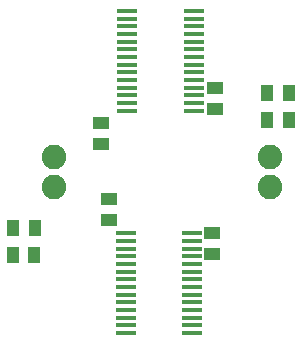
<source format=gts>
G75*
%MOIN*%
%OFA0B0*%
%FSLAX24Y24*%
%IPPOS*%
%LPD*%
%AMOC8*
5,1,8,0,0,1.08239X$1,22.5*
%
%ADD10R,0.0690X0.0178*%
%ADD11R,0.0552X0.0395*%
%ADD12C,0.0820*%
%ADD13R,0.0395X0.0552*%
D10*
X005829Y001674D03*
X005829Y001930D03*
X005829Y002185D03*
X005829Y002441D03*
X005829Y002697D03*
X005829Y002953D03*
X005829Y003209D03*
X005829Y003465D03*
X005829Y003721D03*
X005829Y003977D03*
X005829Y004233D03*
X005829Y004489D03*
X005829Y004744D03*
X005829Y005000D03*
X008034Y005000D03*
X008034Y004744D03*
X008034Y004489D03*
X008034Y004233D03*
X008034Y003977D03*
X008034Y003721D03*
X008034Y003465D03*
X008034Y003209D03*
X008034Y002953D03*
X008034Y002697D03*
X008034Y002441D03*
X008034Y002185D03*
X008034Y001930D03*
X008034Y001674D03*
X008097Y009085D03*
X008097Y009341D03*
X008097Y009597D03*
X008097Y009853D03*
X008097Y010109D03*
X008097Y010365D03*
X008097Y010620D03*
X008097Y010876D03*
X008097Y011132D03*
X008097Y011388D03*
X008097Y011644D03*
X008097Y011900D03*
X008097Y012156D03*
X008097Y012412D03*
X005892Y012412D03*
X005892Y012156D03*
X005892Y011900D03*
X005892Y011644D03*
X005892Y011388D03*
X005892Y011132D03*
X005892Y010876D03*
X005892Y010620D03*
X005892Y010365D03*
X005892Y010109D03*
X005892Y009853D03*
X005892Y009597D03*
X005892Y009341D03*
X005892Y009085D03*
D11*
X005006Y008676D03*
X005006Y007967D03*
X005274Y006148D03*
X005274Y005439D03*
X008723Y005014D03*
X008723Y004306D03*
X008806Y009136D03*
X008806Y009845D03*
D12*
X010656Y007542D03*
X010656Y006542D03*
X003459Y006534D03*
X003459Y007534D03*
D13*
X002081Y004295D03*
X002790Y004295D03*
X002798Y005187D03*
X002089Y005187D03*
X010554Y008762D03*
X011262Y008762D03*
X011262Y009687D03*
X010554Y009687D03*
M02*

</source>
